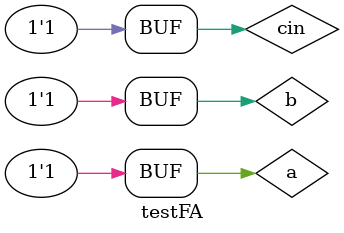
<source format=v>
module testFA();
reg a,b,cin;
wire s,cout;
designFA uut(.a(a),.b(b),.cin(cin),.s(s),.cout);
initial begin
$display("A\tB\tCin\tSum\tCout");
$monitor("%b\t%b\t%b\t%b\t%b",a,b,cin,s,cout);
$dumpfile("FA.vcd");
$dumpvars(1);
a=0;b=0;cin=0;#10;
a=0;b=0;cin=1;#10;
a=0;b=1;cin=0;#10;
a=0;b=1;cin=1;#10;
a=1;b=0;cin=0;#10;
a=1;b=0;cin=1;#10;
a=1;b=1;cin=0;#10;
a=1;b=1;cin=1;#10;
end;
endmodule

</source>
